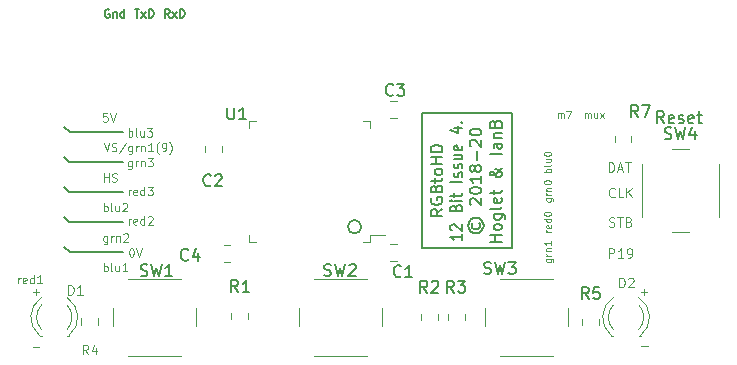
<source format=gto>
G04 #@! TF.GenerationSoftware,KiCad,Pcbnew,(5.1.4)-1*
G04 #@! TF.CreationDate,2020-09-08T19:59:54+01:00*
G04 #@! TF.ProjectId,rgb-to-hdmi,7267622d-746f-42d6-9864-6d692e6b6963,rev?*
G04 #@! TF.SameCoordinates,Original*
G04 #@! TF.FileFunction,Legend,Top*
G04 #@! TF.FilePolarity,Positive*
%FSLAX46Y46*%
G04 Gerber Fmt 4.6, Leading zero omitted, Abs format (unit mm)*
G04 Created by KiCad (PCBNEW (5.1.4)-1) date 2020-09-08 19:59:54*
%MOMM*%
%LPD*%
G04 APERTURE LIST*
%ADD10C,0.100000*%
%ADD11C,0.110000*%
%ADD12C,0.150000*%
%ADD13C,0.120000*%
%ADD14C,0.130000*%
G04 APERTURE END LIST*
D10*
X66006228Y-45963445D02*
X66491942Y-45963445D01*
X66549085Y-45992017D01*
X66577657Y-46020588D01*
X66606228Y-46077731D01*
X66606228Y-46163445D01*
X66577657Y-46220588D01*
X66377657Y-45963445D02*
X66406228Y-46020588D01*
X66406228Y-46134874D01*
X66377657Y-46192017D01*
X66349085Y-46220588D01*
X66291942Y-46249160D01*
X66120514Y-46249160D01*
X66063371Y-46220588D01*
X66034800Y-46192017D01*
X66006228Y-46134874D01*
X66006228Y-46020588D01*
X66034800Y-45963445D01*
X66406228Y-45677731D02*
X66006228Y-45677731D01*
X66120514Y-45677731D02*
X66063371Y-45649160D01*
X66034800Y-45620588D01*
X66006228Y-45563445D01*
X66006228Y-45506302D01*
X66006228Y-45306302D02*
X66406228Y-45306302D01*
X66063371Y-45306302D02*
X66034800Y-45277731D01*
X66006228Y-45220588D01*
X66006228Y-45134874D01*
X66034800Y-45077731D01*
X66091942Y-45049160D01*
X66406228Y-45049160D01*
X66406228Y-44449160D02*
X66406228Y-44792017D01*
X66406228Y-44620588D02*
X65806228Y-44620588D01*
X65891942Y-44677731D01*
X65949085Y-44734874D01*
X65977657Y-44792017D01*
D11*
X22535733Y-48777360D02*
X23069066Y-48777360D01*
X22802400Y-49044026D02*
X22802400Y-48510693D01*
X74021533Y-48777360D02*
X74554866Y-48777360D01*
X74288200Y-49044026D02*
X74288200Y-48510693D01*
D12*
X25642000Y-45374560D02*
X25190000Y-44917360D01*
D10*
X69274971Y-34038188D02*
X69274971Y-33638188D01*
X69274971Y-33695331D02*
X69303542Y-33666760D01*
X69360685Y-33638188D01*
X69446400Y-33638188D01*
X69503542Y-33666760D01*
X69532114Y-33723902D01*
X69532114Y-34038188D01*
X69532114Y-33723902D02*
X69560685Y-33666760D01*
X69617828Y-33638188D01*
X69703542Y-33638188D01*
X69760685Y-33666760D01*
X69789257Y-33723902D01*
X69789257Y-34038188D01*
X70332114Y-33638188D02*
X70332114Y-34038188D01*
X70074971Y-33638188D02*
X70074971Y-33952474D01*
X70103542Y-34009617D01*
X70160685Y-34038188D01*
X70246400Y-34038188D01*
X70303542Y-34009617D01*
X70332114Y-33981045D01*
X70560685Y-34038188D02*
X70874971Y-33638188D01*
X70560685Y-33638188D02*
X70874971Y-34038188D01*
X66963542Y-34012788D02*
X66963542Y-33612788D01*
X66963542Y-33669931D02*
X66992114Y-33641360D01*
X67049257Y-33612788D01*
X67134971Y-33612788D01*
X67192114Y-33641360D01*
X67220685Y-33698502D01*
X67220685Y-34012788D01*
X67220685Y-33698502D02*
X67249257Y-33641360D01*
X67306400Y-33612788D01*
X67392114Y-33612788D01*
X67449257Y-33641360D01*
X67477828Y-33698502D01*
X67477828Y-34012788D01*
X67706400Y-33412788D02*
X68106400Y-33412788D01*
X67849257Y-34012788D01*
X66406228Y-38597417D02*
X65806228Y-38597417D01*
X66034800Y-38597417D02*
X66006228Y-38540274D01*
X66006228Y-38425988D01*
X66034800Y-38368845D01*
X66063371Y-38340274D01*
X66120514Y-38311702D01*
X66291942Y-38311702D01*
X66349085Y-38340274D01*
X66377657Y-38368845D01*
X66406228Y-38425988D01*
X66406228Y-38540274D01*
X66377657Y-38597417D01*
X66406228Y-37968845D02*
X66377657Y-38025988D01*
X66320514Y-38054560D01*
X65806228Y-38054560D01*
X66006228Y-37483131D02*
X66406228Y-37483131D01*
X66006228Y-37740274D02*
X66320514Y-37740274D01*
X66377657Y-37711702D01*
X66406228Y-37654560D01*
X66406228Y-37568845D01*
X66377657Y-37511702D01*
X66349085Y-37483131D01*
X65806228Y-37083131D02*
X65806228Y-37025988D01*
X65834800Y-36968845D01*
X65863371Y-36940274D01*
X65920514Y-36911702D01*
X66034800Y-36883131D01*
X66177657Y-36883131D01*
X66291942Y-36911702D01*
X66349085Y-36940274D01*
X66377657Y-36968845D01*
X66406228Y-37025988D01*
X66406228Y-37083131D01*
X66377657Y-37140274D01*
X66349085Y-37168845D01*
X66291942Y-37197417D01*
X66177657Y-37225988D01*
X66034800Y-37225988D01*
X65920514Y-37197417D01*
X65863371Y-37168845D01*
X65834800Y-37140274D01*
X65806228Y-37083131D01*
X66006228Y-40832645D02*
X66491942Y-40832645D01*
X66549085Y-40861217D01*
X66577657Y-40889788D01*
X66606228Y-40946931D01*
X66606228Y-41032645D01*
X66577657Y-41089788D01*
X66377657Y-40832645D02*
X66406228Y-40889788D01*
X66406228Y-41004074D01*
X66377657Y-41061217D01*
X66349085Y-41089788D01*
X66291942Y-41118360D01*
X66120514Y-41118360D01*
X66063371Y-41089788D01*
X66034800Y-41061217D01*
X66006228Y-41004074D01*
X66006228Y-40889788D01*
X66034800Y-40832645D01*
X66406228Y-40546931D02*
X66006228Y-40546931D01*
X66120514Y-40546931D02*
X66063371Y-40518360D01*
X66034800Y-40489788D01*
X66006228Y-40432645D01*
X66006228Y-40375502D01*
X66006228Y-40175502D02*
X66406228Y-40175502D01*
X66063371Y-40175502D02*
X66034800Y-40146931D01*
X66006228Y-40089788D01*
X66006228Y-40004074D01*
X66034800Y-39946931D01*
X66091942Y-39918360D01*
X66406228Y-39918360D01*
X65806228Y-39518360D02*
X65806228Y-39461217D01*
X65834800Y-39404074D01*
X65863371Y-39375502D01*
X65920514Y-39346931D01*
X66034800Y-39318360D01*
X66177657Y-39318360D01*
X66291942Y-39346931D01*
X66349085Y-39375502D01*
X66377657Y-39404074D01*
X66406228Y-39461217D01*
X66406228Y-39518360D01*
X66377657Y-39575502D01*
X66349085Y-39604074D01*
X66291942Y-39632645D01*
X66177657Y-39661217D01*
X66034800Y-39661217D01*
X65920514Y-39632645D01*
X65863371Y-39604074D01*
X65834800Y-39575502D01*
X65806228Y-39518360D01*
X66406228Y-43691702D02*
X66006228Y-43691702D01*
X66120514Y-43691702D02*
X66063371Y-43663131D01*
X66034800Y-43634560D01*
X66006228Y-43577417D01*
X66006228Y-43520274D01*
X66377657Y-43091702D02*
X66406228Y-43148845D01*
X66406228Y-43263131D01*
X66377657Y-43320274D01*
X66320514Y-43348845D01*
X66091942Y-43348845D01*
X66034800Y-43320274D01*
X66006228Y-43263131D01*
X66006228Y-43148845D01*
X66034800Y-43091702D01*
X66091942Y-43063131D01*
X66149085Y-43063131D01*
X66206228Y-43348845D01*
X66406228Y-42548845D02*
X65806228Y-42548845D01*
X66377657Y-42548845D02*
X66406228Y-42605988D01*
X66406228Y-42720274D01*
X66377657Y-42777417D01*
X66349085Y-42805988D01*
X66291942Y-42834560D01*
X66120514Y-42834560D01*
X66063371Y-42805988D01*
X66034800Y-42777417D01*
X66006228Y-42720274D01*
X66006228Y-42605988D01*
X66034800Y-42548845D01*
X65806228Y-42148845D02*
X65806228Y-42091702D01*
X65834800Y-42034560D01*
X65863371Y-42005988D01*
X65920514Y-41977417D01*
X66034800Y-41948845D01*
X66177657Y-41948845D01*
X66291942Y-41977417D01*
X66349085Y-42005988D01*
X66377657Y-42034560D01*
X66406228Y-42091702D01*
X66406228Y-42148845D01*
X66377657Y-42205988D01*
X66349085Y-42234560D01*
X66291942Y-42263131D01*
X66177657Y-42291702D01*
X66034800Y-42291702D01*
X65920514Y-42263131D01*
X65863371Y-42234560D01*
X65834800Y-42205988D01*
X65806228Y-42148845D01*
D12*
X75976184Y-34460440D02*
X75642851Y-33984250D01*
X75404756Y-34460440D02*
X75404756Y-33460440D01*
X75785708Y-33460440D01*
X75880946Y-33508060D01*
X75928565Y-33555679D01*
X75976184Y-33650917D01*
X75976184Y-33793774D01*
X75928565Y-33889012D01*
X75880946Y-33936631D01*
X75785708Y-33984250D01*
X75404756Y-33984250D01*
X76785708Y-34412821D02*
X76690470Y-34460440D01*
X76499994Y-34460440D01*
X76404756Y-34412821D01*
X76357137Y-34317583D01*
X76357137Y-33936631D01*
X76404756Y-33841393D01*
X76499994Y-33793774D01*
X76690470Y-33793774D01*
X76785708Y-33841393D01*
X76833327Y-33936631D01*
X76833327Y-34031869D01*
X76357137Y-34127107D01*
X77214280Y-34412821D02*
X77309518Y-34460440D01*
X77499994Y-34460440D01*
X77595232Y-34412821D01*
X77642851Y-34317583D01*
X77642851Y-34269964D01*
X77595232Y-34174726D01*
X77499994Y-34127107D01*
X77357137Y-34127107D01*
X77261899Y-34079488D01*
X77214280Y-33984250D01*
X77214280Y-33936631D01*
X77261899Y-33841393D01*
X77357137Y-33793774D01*
X77499994Y-33793774D01*
X77595232Y-33841393D01*
X78452375Y-34412821D02*
X78357137Y-34460440D01*
X78166660Y-34460440D01*
X78071422Y-34412821D01*
X78023803Y-34317583D01*
X78023803Y-33936631D01*
X78071422Y-33841393D01*
X78166660Y-33793774D01*
X78357137Y-33793774D01*
X78452375Y-33841393D01*
X78499994Y-33936631D01*
X78499994Y-34031869D01*
X78023803Y-34127107D01*
X78785708Y-33793774D02*
X79166660Y-33793774D01*
X78928565Y-33460440D02*
X78928565Y-34317583D01*
X78976184Y-34412821D01*
X79071422Y-34460440D01*
X79166660Y-34460440D01*
D11*
X21294400Y-48028026D02*
X21294400Y-47561360D01*
X21294400Y-47694693D02*
X21327733Y-47628026D01*
X21361066Y-47594693D01*
X21427733Y-47561360D01*
X21494400Y-47561360D01*
X21994400Y-47994693D02*
X21927733Y-48028026D01*
X21794400Y-48028026D01*
X21727733Y-47994693D01*
X21694400Y-47928026D01*
X21694400Y-47661360D01*
X21727733Y-47594693D01*
X21794400Y-47561360D01*
X21927733Y-47561360D01*
X21994400Y-47594693D01*
X22027733Y-47661360D01*
X22027733Y-47728026D01*
X21694400Y-47794693D01*
X22627733Y-48028026D02*
X22627733Y-47328026D01*
X22627733Y-47994693D02*
X22561066Y-48028026D01*
X22427733Y-48028026D01*
X22361066Y-47994693D01*
X22327733Y-47961360D01*
X22294400Y-47894693D01*
X22294400Y-47694693D01*
X22327733Y-47628026D01*
X22361066Y-47594693D01*
X22427733Y-47561360D01*
X22561066Y-47561360D01*
X22627733Y-47594693D01*
X23327733Y-48028026D02*
X22927733Y-48028026D01*
X23127733Y-48028026D02*
X23127733Y-47328026D01*
X23061066Y-47428026D01*
X22994400Y-47494693D01*
X22927733Y-47528026D01*
X28524666Y-47012026D02*
X28524666Y-46312026D01*
X28524666Y-46578693D02*
X28591333Y-46545360D01*
X28724666Y-46545360D01*
X28791333Y-46578693D01*
X28824666Y-46612026D01*
X28858000Y-46678693D01*
X28858000Y-46878693D01*
X28824666Y-46945360D01*
X28791333Y-46978693D01*
X28724666Y-47012026D01*
X28591333Y-47012026D01*
X28524666Y-46978693D01*
X29258000Y-47012026D02*
X29191333Y-46978693D01*
X29158000Y-46912026D01*
X29158000Y-46312026D01*
X29824666Y-46545360D02*
X29824666Y-47012026D01*
X29524666Y-46545360D02*
X29524666Y-46912026D01*
X29558000Y-46978693D01*
X29624666Y-47012026D01*
X29724666Y-47012026D01*
X29791333Y-46978693D01*
X29824666Y-46945360D01*
X30524666Y-47012026D02*
X30124666Y-47012026D01*
X30324666Y-47012026D02*
X30324666Y-46312026D01*
X30258000Y-46412026D01*
X30191333Y-46478693D01*
X30124666Y-46512026D01*
D12*
X25642000Y-35239960D02*
X25184800Y-34782760D01*
X26150000Y-35239960D02*
X25642000Y-35239960D01*
X26150000Y-45374560D02*
X25642000Y-45374560D01*
X25621800Y-42834560D02*
X25164600Y-42377360D01*
X26150000Y-42834560D02*
X25642000Y-42834560D01*
X25621800Y-40294560D02*
X25164600Y-39837360D01*
X26175400Y-40294560D02*
X25642000Y-40294560D01*
X25621800Y-37779960D02*
X25164600Y-37322760D01*
X26150000Y-37779960D02*
X25642000Y-37779960D01*
D13*
X71305091Y-45863464D02*
X71305091Y-45063464D01*
X71609853Y-45063464D01*
X71686043Y-45101560D01*
X71724139Y-45139655D01*
X71762234Y-45215845D01*
X71762234Y-45330131D01*
X71724139Y-45406321D01*
X71686043Y-45444417D01*
X71609853Y-45482512D01*
X71305091Y-45482512D01*
X72524139Y-45863464D02*
X72066996Y-45863464D01*
X72295567Y-45863464D02*
X72295567Y-45063464D01*
X72219377Y-45177750D01*
X72143186Y-45253940D01*
X72066996Y-45292036D01*
X72905091Y-45863464D02*
X73057472Y-45863464D01*
X73133662Y-45825369D01*
X73171758Y-45787274D01*
X73247948Y-45672988D01*
X73286043Y-45520607D01*
X73286043Y-45215845D01*
X73247948Y-45139655D01*
X73209853Y-45101560D01*
X73133662Y-45063464D01*
X72981281Y-45063464D01*
X72905091Y-45101560D01*
X72866996Y-45139655D01*
X72828900Y-45215845D01*
X72828900Y-45406321D01*
X72866996Y-45482512D01*
X72905091Y-45520607D01*
X72981281Y-45558702D01*
X73133662Y-45558702D01*
X73209853Y-45520607D01*
X73247948Y-45482512D01*
X73286043Y-45406321D01*
X71322866Y-43209169D02*
X71437152Y-43247264D01*
X71627628Y-43247264D01*
X71703819Y-43209169D01*
X71741914Y-43171074D01*
X71780009Y-43094883D01*
X71780009Y-43018693D01*
X71741914Y-42942502D01*
X71703819Y-42904407D01*
X71627628Y-42866312D01*
X71475247Y-42828217D01*
X71399057Y-42790121D01*
X71360961Y-42752026D01*
X71322866Y-42675836D01*
X71322866Y-42599645D01*
X71360961Y-42523455D01*
X71399057Y-42485360D01*
X71475247Y-42447264D01*
X71665723Y-42447264D01*
X71780009Y-42485360D01*
X72008580Y-42447264D02*
X72465723Y-42447264D01*
X72237152Y-43247264D02*
X72237152Y-42447264D01*
X72999057Y-42828217D02*
X73113342Y-42866312D01*
X73151438Y-42904407D01*
X73189533Y-42980598D01*
X73189533Y-43094883D01*
X73151438Y-43171074D01*
X73113342Y-43209169D01*
X73037152Y-43247264D01*
X72732390Y-43247264D01*
X72732390Y-42447264D01*
X72999057Y-42447264D01*
X73075247Y-42485360D01*
X73113342Y-42523455D01*
X73151438Y-42599645D01*
X73151438Y-42675836D01*
X73113342Y-42752026D01*
X73075247Y-42790121D01*
X72999057Y-42828217D01*
X72732390Y-42828217D01*
X71312697Y-38586364D02*
X71312697Y-37786364D01*
X71503173Y-37786364D01*
X71617459Y-37824460D01*
X71693649Y-37900650D01*
X71731744Y-37976840D01*
X71769840Y-38129221D01*
X71769840Y-38243507D01*
X71731744Y-38395888D01*
X71693649Y-38472079D01*
X71617459Y-38548269D01*
X71503173Y-38586364D01*
X71312697Y-38586364D01*
X72074601Y-38357793D02*
X72455554Y-38357793D01*
X71998411Y-38586364D02*
X72265078Y-37786364D01*
X72531744Y-38586364D01*
X72684125Y-37786364D02*
X73141268Y-37786364D01*
X72912697Y-38586364D02*
X72912697Y-37786364D01*
X71805409Y-40681874D02*
X71767314Y-40719969D01*
X71653028Y-40758064D01*
X71576838Y-40758064D01*
X71462552Y-40719969D01*
X71386361Y-40643779D01*
X71348266Y-40567588D01*
X71310171Y-40415207D01*
X71310171Y-40300921D01*
X71348266Y-40148540D01*
X71386361Y-40072350D01*
X71462552Y-39996160D01*
X71576838Y-39958064D01*
X71653028Y-39958064D01*
X71767314Y-39996160D01*
X71805409Y-40034255D01*
X72529219Y-40758064D02*
X72148266Y-40758064D01*
X72148266Y-39958064D01*
X72795885Y-40758064D02*
X72795885Y-39958064D01*
X73253028Y-40758064D02*
X72910171Y-40300921D01*
X73253028Y-39958064D02*
X72795885Y-40415207D01*
D12*
X30193800Y-45374560D02*
X26129800Y-45374560D01*
D11*
X30851066Y-45067426D02*
X30917733Y-45067426D01*
X30984400Y-45100760D01*
X31017733Y-45134093D01*
X31051066Y-45200760D01*
X31084400Y-45334093D01*
X31084400Y-45500760D01*
X31051066Y-45634093D01*
X31017733Y-45700760D01*
X30984400Y-45734093D01*
X30917733Y-45767426D01*
X30851066Y-45767426D01*
X30784400Y-45734093D01*
X30751066Y-45700760D01*
X30717733Y-45634093D01*
X30684400Y-45500760D01*
X30684400Y-45334093D01*
X30717733Y-45200760D01*
X30751066Y-45134093D01*
X30784400Y-45100760D01*
X30851066Y-45067426D01*
X31284400Y-45067426D02*
X31517733Y-45767426D01*
X31751066Y-45067426D01*
D12*
X30193800Y-35239960D02*
X26129800Y-35239960D01*
X30193800Y-37779960D02*
X26129800Y-37779960D01*
X30193800Y-40294560D02*
X26129800Y-40294560D01*
X30193800Y-42834560D02*
X26129800Y-42834560D01*
D11*
X30641600Y-43049626D02*
X30641600Y-42582960D01*
X30641600Y-42716293D02*
X30674933Y-42649626D01*
X30708266Y-42616293D01*
X30774933Y-42582960D01*
X30841600Y-42582960D01*
X31341600Y-43016293D02*
X31274933Y-43049626D01*
X31141600Y-43049626D01*
X31074933Y-43016293D01*
X31041600Y-42949626D01*
X31041600Y-42682960D01*
X31074933Y-42616293D01*
X31141600Y-42582960D01*
X31274933Y-42582960D01*
X31341600Y-42616293D01*
X31374933Y-42682960D01*
X31374933Y-42749626D01*
X31041600Y-42816293D01*
X31974933Y-43049626D02*
X31974933Y-42349626D01*
X31974933Y-43016293D02*
X31908266Y-43049626D01*
X31774933Y-43049626D01*
X31708266Y-43016293D01*
X31674933Y-42982960D01*
X31641600Y-42916293D01*
X31641600Y-42716293D01*
X31674933Y-42649626D01*
X31708266Y-42616293D01*
X31774933Y-42582960D01*
X31908266Y-42582960D01*
X31974933Y-42616293D01*
X32274933Y-42416293D02*
X32308266Y-42382960D01*
X32374933Y-42349626D01*
X32541600Y-42349626D01*
X32608266Y-42382960D01*
X32641600Y-42416293D01*
X32674933Y-42482960D01*
X32674933Y-42549626D01*
X32641600Y-42649626D01*
X32241600Y-43049626D01*
X32674933Y-43049626D01*
X30641600Y-40560426D02*
X30641600Y-40093760D01*
X30641600Y-40227093D02*
X30674933Y-40160426D01*
X30708266Y-40127093D01*
X30774933Y-40093760D01*
X30841600Y-40093760D01*
X31341600Y-40527093D02*
X31274933Y-40560426D01*
X31141600Y-40560426D01*
X31074933Y-40527093D01*
X31041600Y-40460426D01*
X31041600Y-40193760D01*
X31074933Y-40127093D01*
X31141600Y-40093760D01*
X31274933Y-40093760D01*
X31341600Y-40127093D01*
X31374933Y-40193760D01*
X31374933Y-40260426D01*
X31041600Y-40327093D01*
X31974933Y-40560426D02*
X31974933Y-39860426D01*
X31974933Y-40527093D02*
X31908266Y-40560426D01*
X31774933Y-40560426D01*
X31708266Y-40527093D01*
X31674933Y-40493760D01*
X31641600Y-40427093D01*
X31641600Y-40227093D01*
X31674933Y-40160426D01*
X31708266Y-40127093D01*
X31774933Y-40093760D01*
X31908266Y-40093760D01*
X31974933Y-40127093D01*
X32241600Y-39860426D02*
X32674933Y-39860426D01*
X32441600Y-40127093D01*
X32541600Y-40127093D01*
X32608266Y-40160426D01*
X32641600Y-40193760D01*
X32674933Y-40260426D01*
X32674933Y-40427093D01*
X32641600Y-40493760D01*
X32608266Y-40527093D01*
X32541600Y-40560426D01*
X32341600Y-40560426D01*
X32274933Y-40527093D01*
X32241600Y-40493760D01*
X30924933Y-37655360D02*
X30924933Y-38222026D01*
X30891600Y-38288693D01*
X30858266Y-38322026D01*
X30791600Y-38355360D01*
X30691600Y-38355360D01*
X30624933Y-38322026D01*
X30924933Y-38088693D02*
X30858266Y-38122026D01*
X30724933Y-38122026D01*
X30658266Y-38088693D01*
X30624933Y-38055360D01*
X30591600Y-37988693D01*
X30591600Y-37788693D01*
X30624933Y-37722026D01*
X30658266Y-37688693D01*
X30724933Y-37655360D01*
X30858266Y-37655360D01*
X30924933Y-37688693D01*
X31258266Y-38122026D02*
X31258266Y-37655360D01*
X31258266Y-37788693D02*
X31291600Y-37722026D01*
X31324933Y-37688693D01*
X31391600Y-37655360D01*
X31458266Y-37655360D01*
X31691600Y-37655360D02*
X31691600Y-38122026D01*
X31691600Y-37722026D02*
X31724933Y-37688693D01*
X31791600Y-37655360D01*
X31891600Y-37655360D01*
X31958266Y-37688693D01*
X31991600Y-37755360D01*
X31991600Y-38122026D01*
X32258266Y-37422026D02*
X32691600Y-37422026D01*
X32458266Y-37688693D01*
X32558266Y-37688693D01*
X32624933Y-37722026D01*
X32658266Y-37755360D01*
X32691600Y-37822026D01*
X32691600Y-37988693D01*
X32658266Y-38055360D01*
X32624933Y-38088693D01*
X32558266Y-38122026D01*
X32358266Y-38122026D01*
X32291600Y-38088693D01*
X32258266Y-38055360D01*
X30632866Y-35607426D02*
X30632866Y-34907426D01*
X30632866Y-35174093D02*
X30699533Y-35140760D01*
X30832866Y-35140760D01*
X30899533Y-35174093D01*
X30932866Y-35207426D01*
X30966200Y-35274093D01*
X30966200Y-35474093D01*
X30932866Y-35540760D01*
X30899533Y-35574093D01*
X30832866Y-35607426D01*
X30699533Y-35607426D01*
X30632866Y-35574093D01*
X31366200Y-35607426D02*
X31299533Y-35574093D01*
X31266200Y-35507426D01*
X31266200Y-34907426D01*
X31932866Y-35140760D02*
X31932866Y-35607426D01*
X31632866Y-35140760D02*
X31632866Y-35507426D01*
X31666200Y-35574093D01*
X31732866Y-35607426D01*
X31832866Y-35607426D01*
X31899533Y-35574093D01*
X31932866Y-35540760D01*
X32199533Y-34907426D02*
X32632866Y-34907426D01*
X32399533Y-35174093D01*
X32499533Y-35174093D01*
X32566200Y-35207426D01*
X32599533Y-35240760D01*
X32632866Y-35307426D01*
X32632866Y-35474093D01*
X32599533Y-35540760D01*
X32566200Y-35574093D01*
X32499533Y-35607426D01*
X32299533Y-35607426D01*
X32232866Y-35574093D01*
X32199533Y-35540760D01*
X28842133Y-44030760D02*
X28842133Y-44597426D01*
X28808800Y-44664093D01*
X28775466Y-44697426D01*
X28708800Y-44730760D01*
X28608800Y-44730760D01*
X28542133Y-44697426D01*
X28842133Y-44464093D02*
X28775466Y-44497426D01*
X28642133Y-44497426D01*
X28575466Y-44464093D01*
X28542133Y-44430760D01*
X28508800Y-44364093D01*
X28508800Y-44164093D01*
X28542133Y-44097426D01*
X28575466Y-44064093D01*
X28642133Y-44030760D01*
X28775466Y-44030760D01*
X28842133Y-44064093D01*
X29175466Y-44497426D02*
X29175466Y-44030760D01*
X29175466Y-44164093D02*
X29208800Y-44097426D01*
X29242133Y-44064093D01*
X29308800Y-44030760D01*
X29375466Y-44030760D01*
X29608800Y-44030760D02*
X29608800Y-44497426D01*
X29608800Y-44097426D02*
X29642133Y-44064093D01*
X29708800Y-44030760D01*
X29808800Y-44030760D01*
X29875466Y-44064093D01*
X29908800Y-44130760D01*
X29908800Y-44497426D01*
X30208800Y-43864093D02*
X30242133Y-43830760D01*
X30308800Y-43797426D01*
X30475466Y-43797426D01*
X30542133Y-43830760D01*
X30575466Y-43864093D01*
X30608800Y-43930760D01*
X30608800Y-43997426D01*
X30575466Y-44097426D01*
X30175466Y-44497426D01*
X30608800Y-44497426D01*
X28524666Y-41932026D02*
X28524666Y-41232026D01*
X28524666Y-41498693D02*
X28591333Y-41465360D01*
X28724666Y-41465360D01*
X28791333Y-41498693D01*
X28824666Y-41532026D01*
X28858000Y-41598693D01*
X28858000Y-41798693D01*
X28824666Y-41865360D01*
X28791333Y-41898693D01*
X28724666Y-41932026D01*
X28591333Y-41932026D01*
X28524666Y-41898693D01*
X29258000Y-41932026D02*
X29191333Y-41898693D01*
X29158000Y-41832026D01*
X29158000Y-41232026D01*
X29824666Y-41465360D02*
X29824666Y-41932026D01*
X29524666Y-41465360D02*
X29524666Y-41832026D01*
X29558000Y-41898693D01*
X29624666Y-41932026D01*
X29724666Y-41932026D01*
X29791333Y-41898693D01*
X29824666Y-41865360D01*
X30124666Y-41298693D02*
X30158000Y-41265360D01*
X30224666Y-41232026D01*
X30391333Y-41232026D01*
X30458000Y-41265360D01*
X30491333Y-41298693D01*
X30524666Y-41365360D01*
X30524666Y-41432026D01*
X30491333Y-41532026D01*
X30091333Y-41932026D01*
X30524666Y-41932026D01*
X28542866Y-39417426D02*
X28542866Y-38717426D01*
X28542866Y-39050760D02*
X28942866Y-39050760D01*
X28942866Y-39417426D02*
X28942866Y-38717426D01*
X29242866Y-39384093D02*
X29342866Y-39417426D01*
X29509533Y-39417426D01*
X29576200Y-39384093D01*
X29609533Y-39350760D01*
X29642866Y-39284093D01*
X29642866Y-39217426D01*
X29609533Y-39150760D01*
X29576200Y-39117426D01*
X29509533Y-39084093D01*
X29376200Y-39050760D01*
X29309533Y-39017426D01*
X29276200Y-38984093D01*
X29242866Y-38917426D01*
X29242866Y-38850760D01*
X29276200Y-38784093D01*
X29309533Y-38750760D01*
X29376200Y-38717426D01*
X29542866Y-38717426D01*
X29642866Y-38750760D01*
X28547133Y-36152026D02*
X28780466Y-36852026D01*
X29013800Y-36152026D01*
X29213800Y-36818693D02*
X29313800Y-36852026D01*
X29480466Y-36852026D01*
X29547133Y-36818693D01*
X29580466Y-36785360D01*
X29613800Y-36718693D01*
X29613800Y-36652026D01*
X29580466Y-36585360D01*
X29547133Y-36552026D01*
X29480466Y-36518693D01*
X29347133Y-36485360D01*
X29280466Y-36452026D01*
X29247133Y-36418693D01*
X29213800Y-36352026D01*
X29213800Y-36285360D01*
X29247133Y-36218693D01*
X29280466Y-36185360D01*
X29347133Y-36152026D01*
X29513800Y-36152026D01*
X29613800Y-36185360D01*
X30413800Y-36118693D02*
X29813800Y-37018693D01*
X30947133Y-36385360D02*
X30947133Y-36952026D01*
X30913800Y-37018693D01*
X30880466Y-37052026D01*
X30813800Y-37085360D01*
X30713800Y-37085360D01*
X30647133Y-37052026D01*
X30947133Y-36818693D02*
X30880466Y-36852026D01*
X30747133Y-36852026D01*
X30680466Y-36818693D01*
X30647133Y-36785360D01*
X30613800Y-36718693D01*
X30613800Y-36518693D01*
X30647133Y-36452026D01*
X30680466Y-36418693D01*
X30747133Y-36385360D01*
X30880466Y-36385360D01*
X30947133Y-36418693D01*
X31280466Y-36852026D02*
X31280466Y-36385360D01*
X31280466Y-36518693D02*
X31313800Y-36452026D01*
X31347133Y-36418693D01*
X31413800Y-36385360D01*
X31480466Y-36385360D01*
X31713800Y-36385360D02*
X31713800Y-36852026D01*
X31713800Y-36452026D02*
X31747133Y-36418693D01*
X31813800Y-36385360D01*
X31913800Y-36385360D01*
X31980466Y-36418693D01*
X32013800Y-36485360D01*
X32013800Y-36852026D01*
X32713800Y-36852026D02*
X32313800Y-36852026D01*
X32513800Y-36852026D02*
X32513800Y-36152026D01*
X32447133Y-36252026D01*
X32380466Y-36318693D01*
X32313800Y-36352026D01*
X33213800Y-37118693D02*
X33180466Y-37085360D01*
X33113800Y-36985360D01*
X33080466Y-36918693D01*
X33047133Y-36818693D01*
X33013800Y-36652026D01*
X33013800Y-36518693D01*
X33047133Y-36352026D01*
X33080466Y-36252026D01*
X33113800Y-36185360D01*
X33180466Y-36085360D01*
X33213800Y-36052026D01*
X33513800Y-36852026D02*
X33647133Y-36852026D01*
X33713800Y-36818693D01*
X33747133Y-36785360D01*
X33813800Y-36685360D01*
X33847133Y-36552026D01*
X33847133Y-36285360D01*
X33813800Y-36218693D01*
X33780466Y-36185360D01*
X33713800Y-36152026D01*
X33580466Y-36152026D01*
X33513800Y-36185360D01*
X33480466Y-36218693D01*
X33447133Y-36285360D01*
X33447133Y-36452026D01*
X33480466Y-36518693D01*
X33513800Y-36552026D01*
X33580466Y-36585360D01*
X33713800Y-36585360D01*
X33780466Y-36552026D01*
X33813800Y-36518693D01*
X33847133Y-36452026D01*
X34080466Y-37118693D02*
X34113800Y-37085360D01*
X34180466Y-36985360D01*
X34213800Y-36918693D01*
X34247133Y-36818693D01*
X34280466Y-36652026D01*
X34280466Y-36518693D01*
X34247133Y-36352026D01*
X34213800Y-36252026D01*
X34180466Y-36185360D01*
X34113800Y-36085360D01*
X34080466Y-36052026D01*
X28841266Y-33637426D02*
X28507933Y-33637426D01*
X28474600Y-33970760D01*
X28507933Y-33937426D01*
X28574600Y-33904093D01*
X28741266Y-33904093D01*
X28807933Y-33937426D01*
X28841266Y-33970760D01*
X28874600Y-34037426D01*
X28874600Y-34204093D01*
X28841266Y-34270760D01*
X28807933Y-34304093D01*
X28741266Y-34337426D01*
X28574600Y-34337426D01*
X28507933Y-34304093D01*
X28474600Y-34270760D01*
X29074600Y-33637426D02*
X29307933Y-34337426D01*
X29541266Y-33637426D01*
D14*
X34115333Y-25523626D02*
X33882000Y-25190293D01*
X33715333Y-25523626D02*
X33715333Y-24823626D01*
X33982000Y-24823626D01*
X34048666Y-24856960D01*
X34082000Y-24890293D01*
X34115333Y-24956960D01*
X34115333Y-25056960D01*
X34082000Y-25123626D01*
X34048666Y-25156960D01*
X33982000Y-25190293D01*
X33715333Y-25190293D01*
X34348666Y-25523626D02*
X34715333Y-25056960D01*
X34348666Y-25056960D02*
X34715333Y-25523626D01*
X34982000Y-25523626D02*
X34982000Y-24823626D01*
X35148666Y-24823626D01*
X35248666Y-24856960D01*
X35315333Y-24923626D01*
X35348666Y-24990293D01*
X35382000Y-25123626D01*
X35382000Y-25223626D01*
X35348666Y-25356960D01*
X35315333Y-25423626D01*
X35248666Y-25490293D01*
X35148666Y-25523626D01*
X34982000Y-25523626D01*
X31158666Y-24823626D02*
X31558666Y-24823626D01*
X31358666Y-25523626D02*
X31358666Y-24823626D01*
X31725333Y-25523626D02*
X32092000Y-25056960D01*
X31725333Y-25056960D02*
X32092000Y-25523626D01*
X32358666Y-25523626D02*
X32358666Y-24823626D01*
X32525333Y-24823626D01*
X32625333Y-24856960D01*
X32692000Y-24923626D01*
X32725333Y-24990293D01*
X32758666Y-25123626D01*
X32758666Y-25223626D01*
X32725333Y-25356960D01*
X32692000Y-25423626D01*
X32625333Y-25490293D01*
X32525333Y-25523626D01*
X32358666Y-25523626D01*
X29002000Y-24856960D02*
X28935333Y-24823626D01*
X28835333Y-24823626D01*
X28735333Y-24856960D01*
X28668666Y-24923626D01*
X28635333Y-24990293D01*
X28602000Y-25123626D01*
X28602000Y-25223626D01*
X28635333Y-25356960D01*
X28668666Y-25423626D01*
X28735333Y-25490293D01*
X28835333Y-25523626D01*
X28902000Y-25523626D01*
X29002000Y-25490293D01*
X29035333Y-25456960D01*
X29035333Y-25223626D01*
X28902000Y-25223626D01*
X29335333Y-25056960D02*
X29335333Y-25523626D01*
X29335333Y-25123626D02*
X29368666Y-25090293D01*
X29435333Y-25056960D01*
X29535333Y-25056960D01*
X29602000Y-25090293D01*
X29635333Y-25156960D01*
X29635333Y-25523626D01*
X30268666Y-25523626D02*
X30268666Y-24823626D01*
X30268666Y-25490293D02*
X30202000Y-25523626D01*
X30068666Y-25523626D01*
X30002000Y-25490293D01*
X29968666Y-25456960D01*
X29935333Y-25390293D01*
X29935333Y-25190293D01*
X29968666Y-25123626D01*
X30002000Y-25090293D01*
X30068666Y-25056960D01*
X30202000Y-25056960D01*
X30268666Y-25090293D01*
D11*
X74046933Y-53298560D02*
X74580266Y-53298560D01*
X22561133Y-53425560D02*
X23094466Y-53425560D01*
D12*
X62218380Y-44497426D02*
X61218380Y-44497426D01*
X61694571Y-44497426D02*
X61694571Y-43937426D01*
X62218380Y-43937426D02*
X61218380Y-43937426D01*
X62218380Y-43330760D02*
X62170761Y-43424093D01*
X62123142Y-43470760D01*
X62027904Y-43517426D01*
X61742190Y-43517426D01*
X61646952Y-43470760D01*
X61599333Y-43424093D01*
X61551714Y-43330760D01*
X61551714Y-43190760D01*
X61599333Y-43097426D01*
X61646952Y-43050760D01*
X61742190Y-43004093D01*
X62027904Y-43004093D01*
X62123142Y-43050760D01*
X62170761Y-43097426D01*
X62218380Y-43190760D01*
X62218380Y-43330760D01*
X61551714Y-42164093D02*
X62361238Y-42164093D01*
X62456476Y-42210760D01*
X62504095Y-42257426D01*
X62551714Y-42350760D01*
X62551714Y-42490760D01*
X62504095Y-42584093D01*
X62170761Y-42164093D02*
X62218380Y-42257426D01*
X62218380Y-42444093D01*
X62170761Y-42537426D01*
X62123142Y-42584093D01*
X62027904Y-42630760D01*
X61742190Y-42630760D01*
X61646952Y-42584093D01*
X61599333Y-42537426D01*
X61551714Y-42444093D01*
X61551714Y-42257426D01*
X61599333Y-42164093D01*
X62218380Y-41557426D02*
X62170761Y-41650760D01*
X62075523Y-41697426D01*
X61218380Y-41697426D01*
X62170761Y-40810760D02*
X62218380Y-40904093D01*
X62218380Y-41090760D01*
X62170761Y-41184093D01*
X62075523Y-41230760D01*
X61694571Y-41230760D01*
X61599333Y-41184093D01*
X61551714Y-41090760D01*
X61551714Y-40904093D01*
X61599333Y-40810760D01*
X61694571Y-40764093D01*
X61789809Y-40764093D01*
X61885047Y-41230760D01*
X61551714Y-40484093D02*
X61551714Y-40110760D01*
X61218380Y-40344093D02*
X62075523Y-40344093D01*
X62170761Y-40297426D01*
X62218380Y-40204093D01*
X62218380Y-40110760D01*
X62218380Y-38244093D02*
X62218380Y-38290760D01*
X62170761Y-38384093D01*
X62027904Y-38524093D01*
X61742190Y-38757426D01*
X61599333Y-38850760D01*
X61456476Y-38897426D01*
X61361238Y-38897426D01*
X61266000Y-38850760D01*
X61218380Y-38757426D01*
X61218380Y-38710760D01*
X61266000Y-38617426D01*
X61361238Y-38570760D01*
X61408857Y-38570760D01*
X61504095Y-38617426D01*
X61551714Y-38664093D01*
X61742190Y-38944093D01*
X61789809Y-38990760D01*
X61885047Y-39037426D01*
X62027904Y-39037426D01*
X62123142Y-38990760D01*
X62170761Y-38944093D01*
X62218380Y-38850760D01*
X62218380Y-38710760D01*
X62170761Y-38617426D01*
X62123142Y-38570760D01*
X61932666Y-38430760D01*
X61789809Y-38384093D01*
X61694571Y-38384093D01*
X62218380Y-37077426D02*
X61218380Y-37077426D01*
X62218380Y-36190760D02*
X61694571Y-36190760D01*
X61599333Y-36237426D01*
X61551714Y-36330760D01*
X61551714Y-36517426D01*
X61599333Y-36610760D01*
X62170761Y-36190760D02*
X62218380Y-36284093D01*
X62218380Y-36517426D01*
X62170761Y-36610760D01*
X62075523Y-36657426D01*
X61980285Y-36657426D01*
X61885047Y-36610760D01*
X61837428Y-36517426D01*
X61837428Y-36284093D01*
X61789809Y-36190760D01*
X61551714Y-35724093D02*
X62218380Y-35724093D01*
X61646952Y-35724093D02*
X61599333Y-35677426D01*
X61551714Y-35584093D01*
X61551714Y-35444093D01*
X61599333Y-35350760D01*
X61694571Y-35304093D01*
X62218380Y-35304093D01*
X61694571Y-34510760D02*
X61742190Y-34370760D01*
X61789809Y-34324093D01*
X61885047Y-34277426D01*
X62027904Y-34277426D01*
X62123142Y-34324093D01*
X62170761Y-34370760D01*
X62218380Y-34464093D01*
X62218380Y-34837426D01*
X61218380Y-34837426D01*
X61218380Y-34510760D01*
X61266000Y-34417426D01*
X61313619Y-34370760D01*
X61408857Y-34324093D01*
X61504095Y-34324093D01*
X61599333Y-34370760D01*
X61646952Y-34417426D01*
X61694571Y-34510760D01*
X61694571Y-34837426D01*
X59754676Y-42953293D02*
X59707057Y-43046626D01*
X59707057Y-43233293D01*
X59754676Y-43326626D01*
X59849914Y-43419960D01*
X59945152Y-43466626D01*
X60135628Y-43466626D01*
X60230866Y-43419960D01*
X60326104Y-43326626D01*
X60373723Y-43233293D01*
X60373723Y-43046626D01*
X60326104Y-42953293D01*
X59373723Y-43139960D02*
X59421342Y-43373293D01*
X59564200Y-43606626D01*
X59802295Y-43746626D01*
X60040390Y-43793293D01*
X60278485Y-43746626D01*
X60516580Y-43606626D01*
X60659438Y-43373293D01*
X60707057Y-43139960D01*
X60659438Y-42906626D01*
X60516580Y-42673293D01*
X60278485Y-42533293D01*
X60040390Y-42486626D01*
X59802295Y-42533293D01*
X59564200Y-42673293D01*
X59421342Y-42906626D01*
X59373723Y-43139960D01*
X59611819Y-41366626D02*
X59564200Y-41319960D01*
X59516580Y-41226626D01*
X59516580Y-40993293D01*
X59564200Y-40899960D01*
X59611819Y-40853293D01*
X59707057Y-40806626D01*
X59802295Y-40806626D01*
X59945152Y-40853293D01*
X60516580Y-41413293D01*
X60516580Y-40806626D01*
X59516580Y-40199960D02*
X59516580Y-40106626D01*
X59564200Y-40013293D01*
X59611819Y-39966626D01*
X59707057Y-39919960D01*
X59897533Y-39873293D01*
X60135628Y-39873293D01*
X60326104Y-39919960D01*
X60421342Y-39966626D01*
X60468961Y-40013293D01*
X60516580Y-40106626D01*
X60516580Y-40199960D01*
X60468961Y-40293293D01*
X60421342Y-40339960D01*
X60326104Y-40386626D01*
X60135628Y-40433293D01*
X59897533Y-40433293D01*
X59707057Y-40386626D01*
X59611819Y-40339960D01*
X59564200Y-40293293D01*
X59516580Y-40199960D01*
X60516580Y-38939960D02*
X60516580Y-39499960D01*
X60516580Y-39219960D02*
X59516580Y-39219960D01*
X59659438Y-39313293D01*
X59754676Y-39406626D01*
X59802295Y-39499960D01*
X59945152Y-38379960D02*
X59897533Y-38473293D01*
X59849914Y-38519960D01*
X59754676Y-38566626D01*
X59707057Y-38566626D01*
X59611819Y-38519960D01*
X59564200Y-38473293D01*
X59516580Y-38379960D01*
X59516580Y-38193293D01*
X59564200Y-38099960D01*
X59611819Y-38053293D01*
X59707057Y-38006626D01*
X59754676Y-38006626D01*
X59849914Y-38053293D01*
X59897533Y-38099960D01*
X59945152Y-38193293D01*
X59945152Y-38379960D01*
X59992771Y-38473293D01*
X60040390Y-38519960D01*
X60135628Y-38566626D01*
X60326104Y-38566626D01*
X60421342Y-38519960D01*
X60468961Y-38473293D01*
X60516580Y-38379960D01*
X60516580Y-38193293D01*
X60468961Y-38099960D01*
X60421342Y-38053293D01*
X60326104Y-38006626D01*
X60135628Y-38006626D01*
X60040390Y-38053293D01*
X59992771Y-38099960D01*
X59945152Y-38193293D01*
X60135628Y-37586626D02*
X60135628Y-36839960D01*
X59611819Y-36419960D02*
X59564200Y-36373293D01*
X59516580Y-36279960D01*
X59516580Y-36046626D01*
X59564200Y-35953293D01*
X59611819Y-35906626D01*
X59707057Y-35859960D01*
X59802295Y-35859960D01*
X59945152Y-35906626D01*
X60516580Y-36466626D01*
X60516580Y-35859960D01*
X59516580Y-35253293D02*
X59516580Y-35159960D01*
X59564200Y-35066626D01*
X59611819Y-35019960D01*
X59707057Y-34973293D01*
X59897533Y-34926626D01*
X60135628Y-34926626D01*
X60326104Y-34973293D01*
X60421342Y-35019960D01*
X60468961Y-35066626D01*
X60516580Y-35159960D01*
X60516580Y-35253293D01*
X60468961Y-35346626D01*
X60421342Y-35393293D01*
X60326104Y-35439960D01*
X60135628Y-35486626D01*
X59897533Y-35486626D01*
X59707057Y-35439960D01*
X59611819Y-35393293D01*
X59564200Y-35346626D01*
X59516580Y-35253293D01*
X58888440Y-43872540D02*
X58888440Y-44386825D01*
X58888440Y-44129682D02*
X57888440Y-44129682D01*
X58031298Y-44215397D01*
X58126536Y-44301111D01*
X58174155Y-44386825D01*
X57983679Y-43529682D02*
X57936060Y-43486825D01*
X57888440Y-43401111D01*
X57888440Y-43186825D01*
X57936060Y-43101111D01*
X57983679Y-43058254D01*
X58078917Y-43015397D01*
X58174155Y-43015397D01*
X58317012Y-43058254D01*
X58888440Y-43572540D01*
X58888440Y-43015397D01*
X58364631Y-41643968D02*
X58412250Y-41515397D01*
X58459869Y-41472540D01*
X58555107Y-41429682D01*
X58697964Y-41429682D01*
X58793202Y-41472540D01*
X58840821Y-41515397D01*
X58888440Y-41601111D01*
X58888440Y-41943968D01*
X57888440Y-41943968D01*
X57888440Y-41643968D01*
X57936060Y-41558254D01*
X57983679Y-41515397D01*
X58078917Y-41472540D01*
X58174155Y-41472540D01*
X58269393Y-41515397D01*
X58317012Y-41558254D01*
X58364631Y-41643968D01*
X58364631Y-41943968D01*
X58888440Y-41043968D02*
X58221774Y-41043968D01*
X57888440Y-41043968D02*
X57936060Y-41086825D01*
X57983679Y-41043968D01*
X57936060Y-41001111D01*
X57888440Y-41043968D01*
X57983679Y-41043968D01*
X58221774Y-40743968D02*
X58221774Y-40401111D01*
X57888440Y-40615397D02*
X58745583Y-40615397D01*
X58840821Y-40572540D01*
X58888440Y-40486825D01*
X58888440Y-40401111D01*
X58888440Y-39415397D02*
X57888440Y-39415397D01*
X58840821Y-39029682D02*
X58888440Y-38943968D01*
X58888440Y-38772540D01*
X58840821Y-38686825D01*
X58745583Y-38643968D01*
X58697964Y-38643968D01*
X58602726Y-38686825D01*
X58555107Y-38772540D01*
X58555107Y-38901111D01*
X58507488Y-38986825D01*
X58412250Y-39029682D01*
X58364631Y-39029682D01*
X58269393Y-38986825D01*
X58221774Y-38901111D01*
X58221774Y-38772540D01*
X58269393Y-38686825D01*
X58840821Y-38301111D02*
X58888440Y-38215397D01*
X58888440Y-38043968D01*
X58840821Y-37958254D01*
X58745583Y-37915397D01*
X58697964Y-37915397D01*
X58602726Y-37958254D01*
X58555107Y-38043968D01*
X58555107Y-38172540D01*
X58507488Y-38258254D01*
X58412250Y-38301111D01*
X58364631Y-38301111D01*
X58269393Y-38258254D01*
X58221774Y-38172540D01*
X58221774Y-38043968D01*
X58269393Y-37958254D01*
X58221774Y-37143968D02*
X58888440Y-37143968D01*
X58221774Y-37529682D02*
X58745583Y-37529682D01*
X58840821Y-37486825D01*
X58888440Y-37401111D01*
X58888440Y-37272540D01*
X58840821Y-37186825D01*
X58793202Y-37143968D01*
X58840821Y-36372540D02*
X58888440Y-36458254D01*
X58888440Y-36629682D01*
X58840821Y-36715397D01*
X58745583Y-36758254D01*
X58364631Y-36758254D01*
X58269393Y-36715397D01*
X58221774Y-36629682D01*
X58221774Y-36458254D01*
X58269393Y-36372540D01*
X58364631Y-36329682D01*
X58459869Y-36329682D01*
X58555107Y-36758254D01*
X58221774Y-34872540D02*
X58888440Y-34872540D01*
X57840821Y-35086825D02*
X58555107Y-35301111D01*
X58555107Y-34743968D01*
X58793202Y-34401111D02*
X58840821Y-34358254D01*
X58888440Y-34401111D01*
X58840821Y-34443968D01*
X58793202Y-34401111D01*
X58888440Y-34401111D01*
X57214580Y-41737893D02*
X56738390Y-42064560D01*
X57214580Y-42297893D02*
X56214580Y-42297893D01*
X56214580Y-41924560D01*
X56262200Y-41831226D01*
X56309819Y-41784560D01*
X56405057Y-41737893D01*
X56547914Y-41737893D01*
X56643152Y-41784560D01*
X56690771Y-41831226D01*
X56738390Y-41924560D01*
X56738390Y-42297893D01*
X56262200Y-40804560D02*
X56214580Y-40897893D01*
X56214580Y-41037893D01*
X56262200Y-41177893D01*
X56357438Y-41271226D01*
X56452676Y-41317893D01*
X56643152Y-41364560D01*
X56786009Y-41364560D01*
X56976485Y-41317893D01*
X57071723Y-41271226D01*
X57166961Y-41177893D01*
X57214580Y-41037893D01*
X57214580Y-40944560D01*
X57166961Y-40804560D01*
X57119342Y-40757893D01*
X56786009Y-40757893D01*
X56786009Y-40944560D01*
X56690771Y-40011226D02*
X56738390Y-39871226D01*
X56786009Y-39824560D01*
X56881247Y-39777893D01*
X57024104Y-39777893D01*
X57119342Y-39824560D01*
X57166961Y-39871226D01*
X57214580Y-39964560D01*
X57214580Y-40337893D01*
X56214580Y-40337893D01*
X56214580Y-40011226D01*
X56262200Y-39917893D01*
X56309819Y-39871226D01*
X56405057Y-39824560D01*
X56500295Y-39824560D01*
X56595533Y-39871226D01*
X56643152Y-39917893D01*
X56690771Y-40011226D01*
X56690771Y-40337893D01*
X56547914Y-39497893D02*
X56547914Y-39124560D01*
X56214580Y-39357893D02*
X57071723Y-39357893D01*
X57166961Y-39311226D01*
X57214580Y-39217893D01*
X57214580Y-39124560D01*
X57214580Y-38657893D02*
X57166961Y-38751226D01*
X57119342Y-38797893D01*
X57024104Y-38844560D01*
X56738390Y-38844560D01*
X56643152Y-38797893D01*
X56595533Y-38751226D01*
X56547914Y-38657893D01*
X56547914Y-38517893D01*
X56595533Y-38424560D01*
X56643152Y-38377893D01*
X56738390Y-38331226D01*
X57024104Y-38331226D01*
X57119342Y-38377893D01*
X57166961Y-38424560D01*
X57214580Y-38517893D01*
X57214580Y-38657893D01*
X57214580Y-37911226D02*
X56214580Y-37911226D01*
X56690771Y-37911226D02*
X56690771Y-37351226D01*
X57214580Y-37351226D02*
X56214580Y-37351226D01*
X57214580Y-36884560D02*
X56214580Y-36884560D01*
X56214580Y-36651226D01*
X56262200Y-36511226D01*
X56357438Y-36417893D01*
X56452676Y-36371226D01*
X56643152Y-36324560D01*
X56786009Y-36324560D01*
X56976485Y-36371226D01*
X57071723Y-36417893D01*
X57166961Y-36511226D01*
X57214580Y-36651226D01*
X57214580Y-36884560D01*
X50339961Y-43240960D02*
G75*
G03X50339961Y-43240960I-567961J0D01*
G01*
X63061400Y-45074960D02*
X55441400Y-45074960D01*
X63061400Y-33644960D02*
X63061400Y-45074960D01*
X55441400Y-33644960D02*
X63061400Y-33644960D01*
X55441400Y-45074960D02*
X55441400Y-33644960D01*
D13*
X39313600Y-50565308D02*
X39313600Y-51087812D01*
X40733600Y-50565308D02*
X40733600Y-51087812D01*
X41427000Y-34320960D02*
X40852000Y-34320960D01*
X40852000Y-34320960D02*
X40852000Y-34895960D01*
X50497000Y-34320960D02*
X51072000Y-34320960D01*
X51072000Y-34320960D02*
X51072000Y-34895960D01*
X41427000Y-44540960D02*
X40852000Y-44540960D01*
X40852000Y-44540960D02*
X40852000Y-43965960D01*
X50497000Y-44540960D02*
X51072000Y-44540960D01*
X51072000Y-44540960D02*
X51072000Y-43965960D01*
X51072000Y-43965960D02*
X52362000Y-43965960D01*
X53335252Y-44689960D02*
X52812748Y-44689960D01*
X53335252Y-46109960D02*
X52812748Y-46109960D01*
X37124000Y-36898212D02*
X37124000Y-36375708D01*
X38544000Y-36898212D02*
X38544000Y-36375708D01*
X52812748Y-32624960D02*
X53335252Y-32624960D01*
X52812748Y-34044960D02*
X53335252Y-34044960D01*
X39263652Y-46236960D02*
X38741148Y-46236960D01*
X39263652Y-44816960D02*
X38741148Y-44816960D01*
X56844700Y-51122212D02*
X56844700Y-50599708D01*
X55424700Y-51122212D02*
X55424700Y-50599708D01*
X59118000Y-51122212D02*
X59118000Y-50599708D01*
X57698000Y-51122212D02*
X57698000Y-50599708D01*
X26588200Y-51006108D02*
X26588200Y-51528612D01*
X28008200Y-51006108D02*
X28008200Y-51528612D01*
X70477000Y-51031508D02*
X70477000Y-51554012D01*
X69057000Y-51031508D02*
X69057000Y-51554012D01*
X29306000Y-50146960D02*
X29306000Y-51646960D01*
X30556000Y-54146960D02*
X35056000Y-54146960D01*
X36306000Y-51646960D02*
X36306000Y-50146960D01*
X35056000Y-47646960D02*
X30556000Y-47646960D01*
X50804000Y-47646960D02*
X46304000Y-47646960D01*
X52054000Y-51646960D02*
X52054000Y-50146960D01*
X46304000Y-54146960D02*
X50804000Y-54146960D01*
X45054000Y-50146960D02*
X45054000Y-51646960D01*
X66552000Y-47646960D02*
X62052000Y-47646960D01*
X67802000Y-51646960D02*
X67802000Y-50146960D01*
X62052000Y-54146960D02*
X66552000Y-54146960D01*
X60802000Y-50146960D02*
X60802000Y-51646960D01*
X76617000Y-43640960D02*
X78117000Y-43640960D01*
X80617000Y-42390960D02*
X80617000Y-37890960D01*
X78117000Y-36640960D02*
X76617000Y-36640960D01*
X74117000Y-37890960D02*
X74117000Y-42390960D01*
X71797660Y-36098112D02*
X71797660Y-35575608D01*
X73217660Y-36098112D02*
X73217660Y-35575608D01*
X25429000Y-52460960D02*
X25585000Y-52460960D01*
X23113000Y-52460960D02*
X23269000Y-52460960D01*
X25428837Y-49859830D02*
G75*
G02X25429000Y-51941921I-1079837J-1041130D01*
G01*
X23269163Y-49859830D02*
G75*
G03X23269000Y-51941921I1079837J-1041130D01*
G01*
X25427608Y-49228625D02*
G75*
G02X25584516Y-52460960I-1078608J-1672335D01*
G01*
X23270392Y-49228625D02*
G75*
G03X23113484Y-52460960I1078608J-1672335D01*
G01*
X71680392Y-49228625D02*
G75*
G03X71523484Y-52460960I1078608J-1672335D01*
G01*
X73837608Y-49228625D02*
G75*
G02X73994516Y-52460960I-1078608J-1672335D01*
G01*
X71679163Y-49859830D02*
G75*
G03X71679000Y-51941921I1079837J-1041130D01*
G01*
X73838837Y-49859830D02*
G75*
G02X73839000Y-51941921I-1079837J-1041130D01*
G01*
X71523000Y-52460960D02*
X71679000Y-52460960D01*
X73839000Y-52460960D02*
X73995000Y-52460960D01*
D12*
X39907733Y-48764340D02*
X39574400Y-48288150D01*
X39336304Y-48764340D02*
X39336304Y-47764340D01*
X39717257Y-47764340D01*
X39812495Y-47811960D01*
X39860114Y-47859579D01*
X39907733Y-47954817D01*
X39907733Y-48097674D01*
X39860114Y-48192912D01*
X39812495Y-48240531D01*
X39717257Y-48288150D01*
X39336304Y-48288150D01*
X40860114Y-48764340D02*
X40288685Y-48764340D01*
X40574400Y-48764340D02*
X40574400Y-47764340D01*
X40479161Y-47907198D01*
X40383923Y-48002436D01*
X40288685Y-48050055D01*
X39007695Y-33142940D02*
X39007695Y-33952464D01*
X39055314Y-34047702D01*
X39102933Y-34095321D01*
X39198171Y-34142940D01*
X39388647Y-34142940D01*
X39483885Y-34095321D01*
X39531504Y-34047702D01*
X39579123Y-33952464D01*
X39579123Y-33142940D01*
X40579123Y-34142940D02*
X40007695Y-34142940D01*
X40293409Y-34142940D02*
X40293409Y-33142940D01*
X40198171Y-33285798D01*
X40102933Y-33381036D01*
X40007695Y-33428655D01*
X53699933Y-47408102D02*
X53652314Y-47455721D01*
X53509457Y-47503340D01*
X53414219Y-47503340D01*
X53271361Y-47455721D01*
X53176123Y-47360483D01*
X53128504Y-47265245D01*
X53080885Y-47074769D01*
X53080885Y-46931912D01*
X53128504Y-46741436D01*
X53176123Y-46646198D01*
X53271361Y-46550960D01*
X53414219Y-46503340D01*
X53509457Y-46503340D01*
X53652314Y-46550960D01*
X53699933Y-46598579D01*
X54652314Y-47503340D02*
X54080885Y-47503340D01*
X54366600Y-47503340D02*
X54366600Y-46503340D01*
X54271361Y-46646198D01*
X54176123Y-46741436D01*
X54080885Y-46789055D01*
X37596333Y-39711902D02*
X37548714Y-39759521D01*
X37405857Y-39807140D01*
X37310619Y-39807140D01*
X37167761Y-39759521D01*
X37072523Y-39664283D01*
X37024904Y-39569045D01*
X36977285Y-39378569D01*
X36977285Y-39235712D01*
X37024904Y-39045236D01*
X37072523Y-38949998D01*
X37167761Y-38854760D01*
X37310619Y-38807140D01*
X37405857Y-38807140D01*
X37548714Y-38854760D01*
X37596333Y-38902379D01*
X37977285Y-38902379D02*
X38024904Y-38854760D01*
X38120142Y-38807140D01*
X38358238Y-38807140D01*
X38453476Y-38854760D01*
X38501095Y-38902379D01*
X38548714Y-38997617D01*
X38548714Y-39092855D01*
X38501095Y-39235712D01*
X37929666Y-39807140D01*
X38548714Y-39807140D01*
X53034333Y-32042102D02*
X52986714Y-32089721D01*
X52843857Y-32137340D01*
X52748619Y-32137340D01*
X52605761Y-32089721D01*
X52510523Y-31994483D01*
X52462904Y-31899245D01*
X52415285Y-31708769D01*
X52415285Y-31565912D01*
X52462904Y-31375436D01*
X52510523Y-31280198D01*
X52605761Y-31184960D01*
X52748619Y-31137340D01*
X52843857Y-31137340D01*
X52986714Y-31184960D01*
X53034333Y-31232579D01*
X53367666Y-31137340D02*
X53986714Y-31137340D01*
X53653380Y-31518293D01*
X53796238Y-31518293D01*
X53891476Y-31565912D01*
X53939095Y-31613531D01*
X53986714Y-31708769D01*
X53986714Y-31946864D01*
X53939095Y-32042102D01*
X53891476Y-32089721D01*
X53796238Y-32137340D01*
X53510523Y-32137340D01*
X53415285Y-32089721D01*
X53367666Y-32042102D01*
X35686133Y-46011102D02*
X35638514Y-46058721D01*
X35495657Y-46106340D01*
X35400419Y-46106340D01*
X35257561Y-46058721D01*
X35162323Y-45963483D01*
X35114704Y-45868245D01*
X35067085Y-45677769D01*
X35067085Y-45534912D01*
X35114704Y-45344436D01*
X35162323Y-45249198D01*
X35257561Y-45153960D01*
X35400419Y-45106340D01*
X35495657Y-45106340D01*
X35638514Y-45153960D01*
X35686133Y-45201579D01*
X36543276Y-45439674D02*
X36543276Y-46106340D01*
X36305180Y-45058721D02*
X36067085Y-45773007D01*
X36686133Y-45773007D01*
X55915333Y-48823340D02*
X55582000Y-48347150D01*
X55343904Y-48823340D02*
X55343904Y-47823340D01*
X55724857Y-47823340D01*
X55820095Y-47870960D01*
X55867714Y-47918579D01*
X55915333Y-48013817D01*
X55915333Y-48156674D01*
X55867714Y-48251912D01*
X55820095Y-48299531D01*
X55724857Y-48347150D01*
X55343904Y-48347150D01*
X56296285Y-47918579D02*
X56343904Y-47870960D01*
X56439142Y-47823340D01*
X56677238Y-47823340D01*
X56772476Y-47870960D01*
X56820095Y-47918579D01*
X56867714Y-48013817D01*
X56867714Y-48109055D01*
X56820095Y-48251912D01*
X56248666Y-48823340D01*
X56867714Y-48823340D01*
X58195333Y-48811440D02*
X57862000Y-48335250D01*
X57623904Y-48811440D02*
X57623904Y-47811440D01*
X58004857Y-47811440D01*
X58100095Y-47859060D01*
X58147714Y-47906679D01*
X58195333Y-48001917D01*
X58195333Y-48144774D01*
X58147714Y-48240012D01*
X58100095Y-48287631D01*
X58004857Y-48335250D01*
X57623904Y-48335250D01*
X58528666Y-47811440D02*
X59147714Y-47811440D01*
X58814380Y-48192393D01*
X58957238Y-48192393D01*
X59052476Y-48240012D01*
X59100095Y-48287631D01*
X59147714Y-48382869D01*
X59147714Y-48620964D01*
X59100095Y-48716202D01*
X59052476Y-48763821D01*
X58957238Y-48811440D01*
X58671523Y-48811440D01*
X58576285Y-48763821D01*
X58528666Y-48716202D01*
D13*
X27204866Y-54049264D02*
X26938200Y-53668312D01*
X26747723Y-54049264D02*
X26747723Y-53249264D01*
X27052485Y-53249264D01*
X27128676Y-53287360D01*
X27166771Y-53325455D01*
X27204866Y-53401645D01*
X27204866Y-53515931D01*
X27166771Y-53592121D01*
X27128676Y-53630217D01*
X27052485Y-53668312D01*
X26747723Y-53668312D01*
X27890580Y-53515931D02*
X27890580Y-54049264D01*
X27700104Y-53211169D02*
X27509628Y-53782598D01*
X28004866Y-53782598D01*
D12*
X69590173Y-49352460D02*
X69256840Y-48876270D01*
X69018744Y-49352460D02*
X69018744Y-48352460D01*
X69399697Y-48352460D01*
X69494935Y-48400080D01*
X69542554Y-48447699D01*
X69590173Y-48542937D01*
X69590173Y-48685794D01*
X69542554Y-48781032D01*
X69494935Y-48828651D01*
X69399697Y-48876270D01*
X69018744Y-48876270D01*
X70494935Y-48352460D02*
X70018744Y-48352460D01*
X69971125Y-48828651D01*
X70018744Y-48781032D01*
X70113982Y-48733413D01*
X70352078Y-48733413D01*
X70447316Y-48781032D01*
X70494935Y-48828651D01*
X70542554Y-48923889D01*
X70542554Y-49161984D01*
X70494935Y-49257222D01*
X70447316Y-49304841D01*
X70352078Y-49352460D01*
X70113982Y-49352460D01*
X70018744Y-49304841D01*
X69971125Y-49257222D01*
X31668666Y-47375721D02*
X31811523Y-47423340D01*
X32049619Y-47423340D01*
X32144857Y-47375721D01*
X32192476Y-47328102D01*
X32240095Y-47232864D01*
X32240095Y-47137626D01*
X32192476Y-47042388D01*
X32144857Y-46994769D01*
X32049619Y-46947150D01*
X31859142Y-46899531D01*
X31763904Y-46851912D01*
X31716285Y-46804293D01*
X31668666Y-46709055D01*
X31668666Y-46613817D01*
X31716285Y-46518579D01*
X31763904Y-46470960D01*
X31859142Y-46423340D01*
X32097238Y-46423340D01*
X32240095Y-46470960D01*
X32573428Y-46423340D02*
X32811523Y-47423340D01*
X33002000Y-46709055D01*
X33192476Y-47423340D01*
X33430571Y-46423340D01*
X34335333Y-47423340D02*
X33763904Y-47423340D01*
X34049619Y-47423340D02*
X34049619Y-46423340D01*
X33954380Y-46566198D01*
X33859142Y-46661436D01*
X33763904Y-46709055D01*
X47208666Y-47365721D02*
X47351523Y-47413340D01*
X47589619Y-47413340D01*
X47684857Y-47365721D01*
X47732476Y-47318102D01*
X47780095Y-47222864D01*
X47780095Y-47127626D01*
X47732476Y-47032388D01*
X47684857Y-46984769D01*
X47589619Y-46937150D01*
X47399142Y-46889531D01*
X47303904Y-46841912D01*
X47256285Y-46794293D01*
X47208666Y-46699055D01*
X47208666Y-46603817D01*
X47256285Y-46508579D01*
X47303904Y-46460960D01*
X47399142Y-46413340D01*
X47637238Y-46413340D01*
X47780095Y-46460960D01*
X48113428Y-46413340D02*
X48351523Y-47413340D01*
X48542000Y-46699055D01*
X48732476Y-47413340D01*
X48970571Y-46413340D01*
X49303904Y-46508579D02*
X49351523Y-46460960D01*
X49446761Y-46413340D01*
X49684857Y-46413340D01*
X49780095Y-46460960D01*
X49827714Y-46508579D01*
X49875333Y-46603817D01*
X49875333Y-46699055D01*
X49827714Y-46841912D01*
X49256285Y-47413340D01*
X49875333Y-47413340D01*
X60737466Y-47176321D02*
X60880323Y-47223940D01*
X61118419Y-47223940D01*
X61213657Y-47176321D01*
X61261276Y-47128702D01*
X61308895Y-47033464D01*
X61308895Y-46938226D01*
X61261276Y-46842988D01*
X61213657Y-46795369D01*
X61118419Y-46747750D01*
X60927942Y-46700131D01*
X60832704Y-46652512D01*
X60785085Y-46604893D01*
X60737466Y-46509655D01*
X60737466Y-46414417D01*
X60785085Y-46319179D01*
X60832704Y-46271560D01*
X60927942Y-46223940D01*
X61166038Y-46223940D01*
X61308895Y-46271560D01*
X61642228Y-46223940D02*
X61880323Y-47223940D01*
X62070800Y-46509655D01*
X62261276Y-47223940D01*
X62499371Y-46223940D01*
X62785085Y-46223940D02*
X63404133Y-46223940D01*
X63070800Y-46604893D01*
X63213657Y-46604893D01*
X63308895Y-46652512D01*
X63356514Y-46700131D01*
X63404133Y-46795369D01*
X63404133Y-47033464D01*
X63356514Y-47128702D01*
X63308895Y-47176321D01*
X63213657Y-47223940D01*
X62927942Y-47223940D01*
X62832704Y-47176321D01*
X62785085Y-47128702D01*
X76028266Y-35779341D02*
X76171123Y-35826960D01*
X76409219Y-35826960D01*
X76504457Y-35779341D01*
X76552076Y-35731722D01*
X76599695Y-35636484D01*
X76599695Y-35541246D01*
X76552076Y-35446008D01*
X76504457Y-35398389D01*
X76409219Y-35350770D01*
X76218742Y-35303151D01*
X76123504Y-35255532D01*
X76075885Y-35207913D01*
X76028266Y-35112675D01*
X76028266Y-35017437D01*
X76075885Y-34922199D01*
X76123504Y-34874580D01*
X76218742Y-34826960D01*
X76456838Y-34826960D01*
X76599695Y-34874580D01*
X76933028Y-34826960D02*
X77171123Y-35826960D01*
X77361600Y-35112675D01*
X77552076Y-35826960D01*
X77790171Y-34826960D01*
X78599695Y-35160294D02*
X78599695Y-35826960D01*
X78361600Y-34779341D02*
X78123504Y-35493627D01*
X78742552Y-35493627D01*
X73788793Y-33932120D02*
X73455460Y-33455930D01*
X73217364Y-33932120D02*
X73217364Y-32932120D01*
X73598317Y-32932120D01*
X73693555Y-32979740D01*
X73741174Y-33027359D01*
X73788793Y-33122597D01*
X73788793Y-33265454D01*
X73741174Y-33360692D01*
X73693555Y-33408311D01*
X73598317Y-33455930D01*
X73217364Y-33455930D01*
X74122126Y-32932120D02*
X74788793Y-32932120D01*
X74360221Y-33932120D01*
D13*
X25539323Y-48987664D02*
X25539323Y-48187664D01*
X25729800Y-48187664D01*
X25844085Y-48225760D01*
X25920276Y-48301950D01*
X25958371Y-48378140D01*
X25996466Y-48530521D01*
X25996466Y-48644807D01*
X25958371Y-48797188D01*
X25920276Y-48873379D01*
X25844085Y-48949569D01*
X25729800Y-48987664D01*
X25539323Y-48987664D01*
X26758371Y-48987664D02*
X26301228Y-48987664D01*
X26529800Y-48987664D02*
X26529800Y-48187664D01*
X26453609Y-48301950D01*
X26377419Y-48378140D01*
X26301228Y-48416236D01*
X72199123Y-48352664D02*
X72199123Y-47552664D01*
X72389600Y-47552664D01*
X72503885Y-47590760D01*
X72580076Y-47666950D01*
X72618171Y-47743140D01*
X72656266Y-47895521D01*
X72656266Y-48009807D01*
X72618171Y-48162188D01*
X72580076Y-48238379D01*
X72503885Y-48314569D01*
X72389600Y-48352664D01*
X72199123Y-48352664D01*
X72961028Y-47628855D02*
X72999123Y-47590760D01*
X73075314Y-47552664D01*
X73265790Y-47552664D01*
X73341980Y-47590760D01*
X73380076Y-47628855D01*
X73418171Y-47705045D01*
X73418171Y-47781236D01*
X73380076Y-47895521D01*
X72922933Y-48352664D01*
X73418171Y-48352664D01*
M02*

</source>
